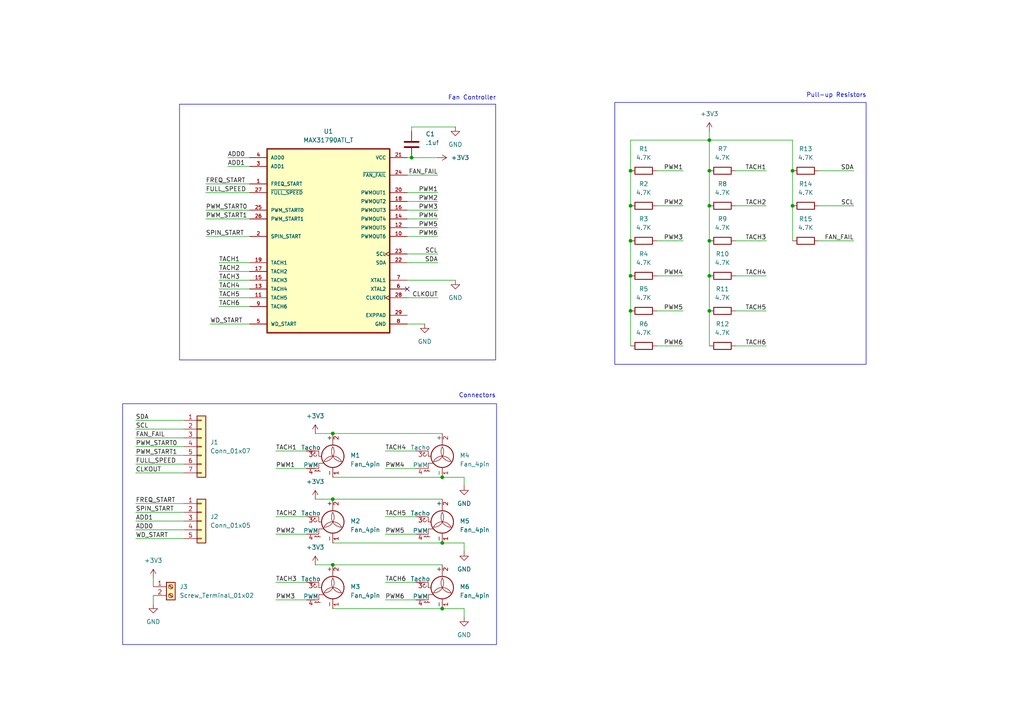
<source format=kicad_sch>
(kicad_sch (version 20231120) (generator "eeschema") (generator_version "8.0")
  (paper "A4")
  (lib_symbols
    (symbol "Connector:Screw_Terminal_01x02" (pin_names (offset 1.016) hide)
      (property "Reference" "J" (at 0 2.54 0))
      (property "Value" "Screw_Terminal_01x02" (at 0 -5.08 0))
      (symbol "Screw_Terminal_01x02_1_1"
        (rectangle (start -1.27 1.27) (end 1.27 -3.81) (stroke (width 0.254)) (fill (type background)))
        (circle (center 0 -2.54) (radius 0.635) (stroke (width 0.1524)))
        (polyline (pts (xy -0.5334 -2.2098) (xy 0.3302 -3.048)) (stroke (width 0.1524)))
        (polyline (pts (xy -0.5334 0.3302) (xy 0.3302 -0.508)) (stroke (width 0.1524)))
        (polyline (pts (xy -0.3556 -2.032) (xy 0.508 -2.8702)) (stroke (width 0.1524)))
        (polyline (pts (xy -0.3556 0.508) (xy 0.508 -0.3302)) (stroke (width 0.1524)))
        (circle (center 0 0) (radius 0.635) (stroke (width 0.1524)))
        (pin passive line (at -5.08 0 0) (length 3.81) (name "Pin_1") (number "1"))
        (pin passive line (at -5.08 -2.54 0) (length 3.81) (name "Pin_2") (number "2"))
      )
    )
    (symbol "Connector_Generic:Conn_01x05" (pin_names (offset 1.016) hide)
      (property "Reference" "J" (at 0 7.62 0))
      (property "Value" "Conn_01x05" (at 0 -7.62 0))
      (symbol "Conn_01x05_1_1"
        (rectangle (start -1.27 -4.953) (end 0 -5.207) (stroke (width 0.1524)))
        (rectangle (start -1.27 -2.413) (end 0 -2.667) (stroke (width 0.1524)))
        (rectangle (start -1.27 0.127) (end 0 -0.127) (stroke (width 0.1524)))
        (rectangle (start -1.27 2.667) (end 0 2.413) (stroke (width 0.1524)))
        (rectangle (start -1.27 5.207) (end 0 4.953) (stroke (width 0.1524)))
        (rectangle (start -1.27 6.35) (end 1.27 -6.35) (stroke (width 0.254)) (fill (type background)))
        (pin passive line (at -5.08 5.08 0) (length 3.81) (name "Pin_1") (number "1"))
        (pin passive line (at -5.08 2.54 0) (length 3.81) (name "Pin_2") (number "2"))
        (pin passive line (at -5.08 0 0) (length 3.81) (name "Pin_3") (number "3"))
        (pin passive line (at -5.08 -2.54 0) (length 3.81) (name "Pin_4") (number "4"))
        (pin passive line (at -5.08 -5.08 0) (length 3.81) (name "Pin_5") (number "5"))
      )
    )
    (symbol "Connector_Generic:Conn_01x07" (pin_names (offset 1.016) hide)
      (property "Reference" "J" (at 0 10.16 0))
      (property "Value" "Conn_01x07" (at 0 -10.16 0))
      (symbol "Conn_01x07_1_1"
        (rectangle (start -1.27 -7.493) (end 0 -7.747) (stroke (width 0.1524)))
        (rectangle (start -1.27 -4.953) (end 0 -5.207) (stroke (width 0.1524)))
        (rectangle (start -1.27 -2.413) (end 0 -2.667) (stroke (width 0.1524)))
        (rectangle (start -1.27 0.127) (end 0 -0.127) (stroke (width 0.1524)))
        (rectangle (start -1.27 2.667) (end 0 2.413) (stroke (width 0.1524)))
        (rectangle (start -1.27 5.207) (end 0 4.953) (stroke (width 0.1524)))
        (rectangle (start -1.27 7.747) (end 0 7.493) (stroke (width 0.1524)))
        (rectangle (start -1.27 8.89) (end 1.27 -8.89) (stroke (width 0.254)) (fill (type background)))
        (pin passive line (at -5.08 7.62 0) (length 3.81) (name "Pin_1") (number "1"))
        (pin passive line (at -5.08 5.08 0) (length 3.81) (name "Pin_2") (number "2"))
        (pin passive line (at -5.08 2.54 0) (length 3.81) (name "Pin_3") (number "3"))
        (pin passive line (at -5.08 0 0) (length 3.81) (name "Pin_4") (number "4"))
        (pin passive line (at -5.08 -2.54 0) (length 3.81) (name "Pin_5") (number "5"))
        (pin passive line (at -5.08 -5.08 0) (length 3.81) (name "Pin_6") (number "6"))
        (pin passive line (at -5.08 -7.62 0) (length 3.81) (name "Pin_7") (number "7"))
      )
    )
    (symbol "Device:C" (pin_numbers hide) (pin_names (offset 0.254))
      (property "Reference" "C" (at 0.635 2.54 0))
      (property "Value" "C" (at 0.635 -2.54 0))
      (symbol "C_0_1"
        (polyline (pts (xy -2.032 -0.762) (xy 2.032 -0.762)) (stroke (width 0.508)))
        (polyline (pts (xy -2.032 0.762) (xy 2.032 0.762)) (stroke (width 0.508)))
      )
      (symbol "C_1_1"
        (pin passive line (at 0 3.81 270) (length 2.794) (name "~") (number "1"))
        (pin passive line (at 0 -3.81 90) (length 2.794) (name "~") (number "2"))
      )
    )
    (symbol "Device:R" (pin_numbers hide) (pin_names (offset 0))
      (property "Reference" "R" (at 2.032 0 90))
      (property "Value" "R" (at 0 0 90))
      (symbol "R_0_1"
        (rectangle (start -1.016 -2.54) (end 1.016 2.54) (stroke (width 0.254)))
      )
      (symbol "R_1_1"
        (pin passive line (at 0 3.81 270) (length 1.27) (name "~") (number "1"))
        (pin passive line (at 0 -3.81 90) (length 1.27) (name "~") (number "2"))
      )
    )
    (symbol "MAX31790ATI_T:MAX31790ATI_T" (pin_names (offset 1.016))
      (property "Reference" "U" (at -17.7894 26.4187 0))
      (property "Value" "MAX31790ATI_T" (at -17.7935 -31.9662 0))
      (symbol "MAX31790ATI_T_0_0"
        (rectangle (start -17.78 -27.94) (end 17.78 25.4) (stroke (width 0.41)) (fill (type background)))
        (pin input line (at -22.86 15.24 0) (length 5.08) (name "FREQ_START") (number "1"))
        (pin output line (at 22.86 0 180) (length 5.08) (name "PWMOUT6") (number "10"))
        (pin input line (at -22.86 -17.78 0) (length 5.08) (name "TACH5") (number "11"))
        (pin output line (at 22.86 2.54 180) (length 5.08) (name "PWMOUT5") (number "12"))
        (pin input line (at -22.86 -15.24 0) (length 5.08) (name "TACH4") (number "13"))
        (pin output line (at 22.86 5.08 180) (length 5.08) (name "PWMOUT4") (number "14"))
        (pin input line (at -22.86 -12.7 0) (length 5.08) (name "TACH3") (number "15"))
        (pin output line (at 22.86 7.62 180) (length 5.08) (name "PWMOUT3") (number "16"))
        (pin input line (at -22.86 -10.16 0) (length 5.08) (name "TACH2") (number "17"))
        (pin output line (at 22.86 10.16 180) (length 5.08) (name "PWMOUT2") (number "18"))
        (pin input line (at -22.86 -7.62 0) (length 5.08) (name "TACH1") (number "19"))
        (pin input line (at -22.86 0 0) (length 5.08) (name "SPIN_START") (number "2"))
        (pin output line (at 22.86 12.7 180) (length 5.08) (name "PWMOUT1") (number "20"))
        (pin power_in line (at 22.86 22.86 180) (length 5.08) (name "VCC") (number "21"))
        (pin bidirectional line (at 22.86 -7.62 180) (length 5.08) (name "SDA") (number "22"))
        (pin input clock (at 22.86 -5.08 180) (length 5.08) (name "SCL") (number "23"))
        (pin output line (at 22.86 17.78 180) (length 5.08) (name "~{FAN_FAIL}") (number "24"))
        (pin input line (at -22.86 7.62 0) (length 5.08) (name "PWM_START0") (number "25"))
        (pin input line (at -22.86 5.08 0) (length 5.08) (name "PWM_START1") (number "26"))
        (pin input line (at -22.86 12.7 0) (length 5.08) (name "~{FULL_SPEED}") (number "27"))
        (pin output clock (at 22.86 -17.78 180) (length 5.08) (name "CLKOUT") (number "28"))
        (pin power_in line (at 22.86 -22.86 180) (length 5.08) (name "EXPPAD") (number "29"))
        (pin input line (at -22.86 20.32 0) (length 5.08) (name "ADD1") (number "3"))
        (pin input line (at -22.86 22.86 0) (length 5.08) (name "ADD0") (number "4"))
        (pin input line (at -22.86 -25.4 0) (length 5.08) (name "WD_START") (number "5"))
        (pin bidirectional line (at 22.86 -15.24 180) (length 5.08) (name "XTAL2") (number "6"))
        (pin bidirectional line (at 22.86 -12.7 180) (length 5.08) (name "XTAL1") (number "7"))
        (pin power_in line (at 22.86 -25.4 180) (length 5.08) (name "GND") (number "8"))
        (pin input line (at -22.86 -20.32 0) (length 5.08) (name "TACH6") (number "9"))
      )
    )
    (symbol "Motor:Fan_4pin" (pin_names (offset 0))
      (property "Reference" "M" (at 2.54 5.08 0))
      (property "Value" "Fan_4pin" (at 2.54 -2.54 0))
      (symbol "Fan_4pin_0_0"
        (arc (start -5.588 1.524) (mid -5.08 1.0182) (end -4.572 1.524))
        (arc (start -5.08 2.032) (mid -5.4392 1.8832) (end -5.588 1.524))
        (polyline (pts (xy -5.08 2.032) (xy -5.334 2.159)))
        (polyline (pts (xy -5.08 2.032) (xy -5.207 1.778)))
        (polyline (pts (xy -4.064 2.54) (xy -4.064 1.016) (xy -3.302 1.016)))
      )
      (symbol "Fan_4pin_0_1"
        (arc (start -2.54 -0.508) (mid 0.0028 0.9121) (end 0 3.81))
        (polyline (pts (xy -4.064 2.54) (xy -5.08 2.54)))
        (polyline (pts (xy 0 -5.08) (xy 0 -4.572)))
        (polyline (pts (xy 0 -2.2352) (xy 0 -2.6416)))
        (polyline (pts (xy 0 4.2672) (xy 0 4.6228)))
        (polyline (pts (xy 0 4.572) (xy 0 5.08)))
        (polyline (pts (xy -2.54 -1.016) (xy -4.064 -1.016) (xy -4.064 -2.54) (xy -5.08 -2.54)))
        (polyline (pts (xy -5.334 -3.302) (xy -5.08 -3.302) (xy -5.08 -3.048) (xy -4.826 -3.048) (xy -4.826 -3.302) (xy -4.318 -3.302) (xy -4.318 -3.048) (xy -4.064 -3.048) (xy -4.064 -3.302) (xy -3.556 -3.302)))
        (circle (center 0 1.016) (radius 3.2512) (stroke (width 0.254)))
        (arc (start 0 3.81) (mid 0.053 0.921) (end 2.54 -0.508))
        (arc (start 2.54 -0.508) (mid 0 1.0618) (end -2.54 -0.508))
      )
      (symbol "Fan_4pin_1_1"
        (pin passive line (at 0 -5.08 90) (length 2.54) (name "-") (number "1"))
        (pin passive line (at 0 7.62 270) (length 2.54) (name "+") (number "2"))
        (pin passive line (at -7.62 2.54 0) (length 2.54) (name "Tacho") (number "3"))
        (pin input line (at -7.62 -2.54 0) (length 2.54) (name "PWM") (number "4"))
      )
    )
    (symbol "power:+3V3" (power) (pin_numbers hide) (pin_names (offset 0) hide)
      (property "Value" "+3V3" (at 0 3.556 0))
      (symbol "+3V3_0_1"
        (polyline (pts (xy -0.762 1.27) (xy 0 2.54)))
        (polyline (pts (xy 0 0) (xy 0 2.54)))
        (polyline (pts (xy 0 2.54) (xy 0.762 1.27)))
      )
      (symbol "+3V3_1_1"
        (pin power_in line (at 0 0 90) (length 0) (name "~") (number "1"))
      )
    )
    (symbol "power:GND" (power) (pin_numbers hide) (pin_names (offset 0) hide)
      (property "Value" "GND" (at 0 -3.81 0))
      (symbol "GND_0_1"
        (polyline (pts (xy 0 0) (xy 0 -1.27) (xy 1.27 -1.27) (xy 0 -2.54) (xy -1.27 -1.27) (xy 0 -1.27)))
      )
      (symbol "GND_1_1"
        (pin power_in line (at 0 0 270) (length 0) (name "~") (number "1"))
      )
    )
  )
  (junction (at 182.88 59.69))
  (junction (at 205.74 40.64))
  (junction (at 128.27 157.48))
  (junction (at 205.74 90.17))
  (junction (at 205.74 49.53))
  (junction (at 229.87 59.69))
  (junction (at 182.88 69.85))
  (junction (at 119.38 45.72))
  (junction (at 182.88 80.01))
  (junction (at 205.74 59.69))
  (junction (at 182.88 49.53))
  (junction (at 96.52 125.73))
  (junction (at 205.74 69.85))
  (junction (at 128.27 176.53))
  (junction (at 128.27 138.43))
  (junction (at 96.52 144.78))
  (junction (at 96.52 163.83))
  (junction (at 229.87 49.53))
  (junction (at 205.74 80.01))
  (junction (at 182.88 90.17))
  (no_connect (at 118.11 83.82))
  (wire (pts (xy 80.01 173.99) (xy 88.9 173.99)))
  (wire (pts (xy 39.37 134.62) (xy 53.34 134.62)))
  (wire (pts (xy 44.45 167.64) (xy 44.45 170.18)))
  (wire (pts (xy 237.49 59.69) (xy 247.65 59.69)))
  (wire (pts (xy 213.36 49.53) (xy 222.25 49.53)))
  (wire (pts (xy 39.37 151.13) (xy 53.34 151.13)))
  (wire (pts (xy 118.11 76.2) (xy 127 76.2)))
  (wire (pts (xy 213.36 69.85) (xy 222.25 69.85)))
  (wire (pts (xy 213.36 90.17) (xy 222.25 90.17)))
  (wire (pts (xy 118.11 68.58) (xy 127 68.58)))
  (wire (pts (xy 96.52 157.48) (xy 128.27 157.48)))
  (wire (pts (xy 182.88 40.64) (xy 182.88 49.53)))
  (wire (pts (xy 96.52 138.43) (xy 128.27 138.43)))
  (wire (pts (xy 134.62 138.43) (xy 128.27 138.43)))
  (wire (pts (xy 205.74 80.01) (xy 205.74 90.17)))
  (wire (pts (xy 66.04 45.72) (xy 72.39 45.72)))
  (wire (pts (xy 66.04 48.26) (xy 72.39 48.26)))
  (wire (pts (xy 182.88 90.17) (xy 182.88 100.33)))
  (wire (pts (xy 59.69 63.5) (xy 72.39 63.5)))
  (wire (pts (xy 237.49 49.53) (xy 247.65 49.53)))
  (wire (pts (xy 182.88 80.01) (xy 182.88 90.17)))
  (wire (pts (xy 213.36 100.33) (xy 222.25 100.33)))
  (wire (pts (xy 111.76 149.86) (xy 120.65 149.86)))
  (wire (pts (xy 111.76 130.81) (xy 120.65 130.81)))
  (wire (pts (xy 190.5 100.33) (xy 198.12 100.33)))
  (wire (pts (xy 39.37 137.16) (xy 53.34 137.16)))
  (wire (pts (xy 229.87 40.64) (xy 205.74 40.64)))
  (wire (pts (xy 213.36 80.01) (xy 222.25 80.01)))
  (wire (pts (xy 119.38 45.72) (xy 127 45.72)))
  (wire (pts (xy 63.5 78.74) (xy 72.39 78.74)))
  (wire (pts (xy 229.87 49.53) (xy 229.87 40.64)))
  (wire (pts (xy 80.01 168.91) (xy 88.9 168.91)))
  (wire (pts (xy 213.36 59.69) (xy 222.25 59.69)))
  (wire (pts (xy 118.11 81.28) (xy 132.08 81.28)))
  (wire (pts (xy 63.5 88.9) (xy 72.39 88.9)))
  (wire (pts (xy 80.01 135.89) (xy 88.9 135.89)))
  (wire (pts (xy 118.11 58.42) (xy 127 58.42)))
  (wire (pts (xy 118.11 63.5) (xy 127 63.5)))
  (wire (pts (xy 118.11 66.04) (xy 127 66.04)))
  (wire (pts (xy 205.74 38.1) (xy 205.74 40.64)))
  (wire (pts (xy 39.37 132.08) (xy 53.34 132.08)))
  (wire (pts (xy 205.74 90.17) (xy 205.74 100.33)))
  (wire (pts (xy 91.44 125.73) (xy 96.52 125.73)))
  (wire (pts (xy 119.38 36.83) (xy 119.38 38.1)))
  (wire (pts (xy 80.01 154.94) (xy 88.9 154.94)))
  (wire (pts (xy 59.69 55.88) (xy 72.39 55.88)))
  (wire (pts (xy 60.96 93.98) (xy 72.39 93.98)))
  (wire (pts (xy 44.45 172.72) (xy 44.45 175.26)))
  (wire (pts (xy 96.52 144.78) (xy 128.27 144.78)))
  (wire (pts (xy 118.11 50.8) (xy 127 50.8)))
  (wire (pts (xy 63.5 81.28) (xy 72.39 81.28)))
  (wire (pts (xy 229.87 49.53) (xy 229.87 59.69)))
  (wire (pts (xy 134.62 179.07) (xy 134.62 176.53)))
  (wire (pts (xy 63.5 76.2) (xy 72.39 76.2)))
  (wire (pts (xy 111.76 168.91) (xy 120.65 168.91)))
  (wire (pts (xy 118.11 45.72) (xy 119.38 45.72)))
  (wire (pts (xy 118.11 86.36) (xy 127 86.36)))
  (wire (pts (xy 205.74 49.53) (xy 205.74 59.69)))
  (wire (pts (xy 91.44 144.78) (xy 96.52 144.78)))
  (wire (pts (xy 39.37 148.59) (xy 53.34 148.59)))
  (wire (pts (xy 128.27 157.48) (xy 134.62 157.48)))
  (wire (pts (xy 39.37 153.67) (xy 53.34 153.67)))
  (wire (pts (xy 80.01 149.86) (xy 88.9 149.86)))
  (wire (pts (xy 190.5 90.17) (xy 198.12 90.17)))
  (wire (pts (xy 80.01 130.81) (xy 88.9 130.81)))
  (wire (pts (xy 63.5 86.36) (xy 72.39 86.36)))
  (wire (pts (xy 205.74 59.69) (xy 205.74 69.85)))
  (wire (pts (xy 39.37 129.54) (xy 53.34 129.54)))
  (wire (pts (xy 111.76 173.99) (xy 120.65 173.99)))
  (wire (pts (xy 39.37 127) (xy 53.34 127)))
  (wire (pts (xy 182.88 40.64) (xy 205.74 40.64)))
  (wire (pts (xy 182.88 69.85) (xy 182.88 80.01)))
  (wire (pts (xy 205.74 69.85) (xy 205.74 80.01)))
  (wire (pts (xy 96.52 163.83) (xy 128.27 163.83)))
  (wire (pts (xy 118.11 73.66) (xy 127 73.66)))
  (wire (pts (xy 91.44 163.83) (xy 96.52 163.83)))
  (wire (pts (xy 229.87 59.69) (xy 229.87 69.85)))
  (wire (pts (xy 118.11 93.98) (xy 123.19 93.98)))
  (wire (pts (xy 237.49 69.85) (xy 247.65 69.85)))
  (wire (pts (xy 132.08 36.83) (xy 119.38 36.83)))
  (wire (pts (xy 182.88 49.53) (xy 182.88 59.69)))
  (wire (pts (xy 59.69 60.96) (xy 72.39 60.96)))
  (wire (pts (xy 190.5 80.01) (xy 198.12 80.01)))
  (wire (pts (xy 134.62 176.53) (xy 128.27 176.53)))
  (wire (pts (xy 59.69 68.58) (xy 72.39 68.58)))
  (wire (pts (xy 111.76 135.89) (xy 120.65 135.89)))
  (wire (pts (xy 59.69 53.34) (xy 72.39 53.34)))
  (wire (pts (xy 190.5 49.53) (xy 198.12 49.53)))
  (wire (pts (xy 118.11 60.96) (xy 127 60.96)))
  (wire (pts (xy 134.62 140.97) (xy 134.62 138.43)))
  (wire (pts (xy 205.74 40.64) (xy 205.74 49.53)))
  (wire (pts (xy 118.11 55.88) (xy 127 55.88)))
  (wire (pts (xy 182.88 59.69) (xy 182.88 69.85)))
  (wire (pts (xy 63.5 83.82) (xy 72.39 83.82)))
  (wire (pts (xy 190.5 69.85) (xy 198.12 69.85)))
  (wire (pts (xy 39.37 146.05) (xy 53.34 146.05)))
  (wire (pts (xy 39.37 124.46) (xy 53.34 124.46)))
  (wire (pts (xy 111.76 154.94) (xy 120.65 154.94)))
  (wire (pts (xy 134.62 160.02) (xy 134.62 157.48)))
  (wire (pts (xy 39.37 156.21) (xy 53.34 156.21)))
  (wire (pts (xy 39.37 121.92) (xy 53.34 121.92)))
  (wire (pts (xy 190.5 59.69) (xy 198.12 59.69)))
  (wire (pts (xy 96.52 125.73) (xy 128.27 125.73)))
  (wire (pts (xy 96.52 176.53) (xy 128.27 176.53)))
  (rectangle (start 178.308 29.718) (end 251.206 105.664))
  (rectangle (start 52.07 30.226) (end 143.764 104.394))
  (rectangle (start 35.56 117.094) (end 144.018 186.944))
  (text "Connectors" (at 138.43 114.808 0) (effects (font (size 1.27 1.27))))
  (text "Pull-up Resistors" (at 242.57 27.686 0) (effects (font (size 1.27 1.27))))
  (text "Fan Controller" (at 136.906 28.448 0) (effects (font (size 1.27 1.27))))
  (label "SCL" (at 127 73.66 180))
  (label "PWM6" (at 111.76 173.99 0))
  (label "ADD1" (at 39.37 151.13 0))
  (label "SDA" (at 39.37 121.92 0))
  (label "ADD0" (at 66.04 45.72 0))
  (label "FULL_SPEED" (at 39.37 134.62 0))
  (label "PWM_START1" (at 59.69 63.5 0))
  (label "TACH5" (at 111.76 149.86 0))
  (label "TACH5" (at 63.5 86.36 0))
  (label "PWM1" (at 198.12 49.53 180))
  (label "PWM5" (at 111.76 154.94 0))
  (label "FULL_SPEED" (at 59.69 55.88 0))
  (label "TACH6" (at 63.5 88.9 0))
  (label "PWM3" (at 198.12 69.85 180))
  (label "PWM_START1" (at 39.37 132.08 0))
  (label "TACH2" (at 80.01 149.86 0))
  (label "FREQ_START" (at 59.69 53.34 0))
  (label "PWM2" (at 198.12 59.69 180))
  (label "SPIN_START" (at 59.69 68.58 0))
  (label "PWM_START0" (at 59.69 60.96 0))
  (label "FAN_FAIL" (at 127 50.8 180))
  (label "FAN_FAIL" (at 39.37 127 0))
  (label "PWM4" (at 198.12 80.01 180))
  (label "SDA" (at 127 76.2 180))
  (label "SPIN_START" (at 39.37 148.59 0))
  (label "TACH1" (at 80.01 130.81 0))
  (label "TACH5" (at 222.25 90.17 180))
  (label "PWM_START0" (at 39.37 129.54 0))
  (label "FAN_FAIL" (at 247.65 69.85 180))
  (label "TACH6" (at 111.76 168.91 0))
  (label "FREQ_START" (at 39.37 146.05 0))
  (label "TACH4" (at 111.76 130.81 0))
  (label "PWM2" (at 80.01 154.94 0))
  (label "TACH1" (at 63.5 76.2 0))
  (label "TACH1" (at 222.25 49.53 180))
  (label "WD_START" (at 60.96 93.98 0))
  (label "TACH3" (at 80.01 168.91 0))
  (label "CLKOUT" (at 39.37 137.16 0))
  (label "WD_START" (at 39.37 156.21 0))
  (label "TACH3" (at 63.5 81.28 0))
  (label "ADD0" (at 39.37 153.67 0))
  (label "PWM6" (at 127 68.58 180))
  (label "TACH4" (at 63.5 83.82 0))
  (label "TACH2" (at 222.25 59.69 180))
  (label "SDA" (at 247.65 49.53 180))
  (label "TACH6" (at 222.25 100.33 180))
  (label "PWM4" (at 127 63.5 180))
  (label "CLKOUT" (at 127 86.36 180))
  (label "TACH2" (at 63.5 78.74 0))
  (label "ADD1" (at 66.04 48.26 0))
  (label "PWM3" (at 80.01 173.99 0))
  (label "SCL" (at 247.65 59.69 180))
  (label "PWM5" (at 127 66.04 180))
  (label "SCL" (at 39.37 124.46 0))
  (label "TACH4" (at 222.25 80.01 180))
  (label "PWM2" (at 127 58.42 180))
  (label "TACH3" (at 222.25 69.85 180))
  (label "PWM1" (at 80.01 135.89 0))
  (label "PWM5" (at 198.12 90.17 180))
  (label "PWM3" (at 127 60.96 180))
  (label "PWM1" (at 127 55.88 180))
  (label "PWM6" (at 198.12 100.33 180))
  (label "PWM4" (at 111.76 135.89 0))
  (symbol (lib_id "Connector_Generic:Conn_01x05") (at 58.42 151.13 0) (unit 1)
    (property "Reference" "J2" (at 60.96 149.8599 0) (effects (justify left)))
    (property "Value" "Conn_01x05" (at 60.96 152.3999 0) (effects (justify left)))
    (property "Footprint" "Connector_PinHeader_2.54mm:PinHeader_1x05_P2.54mm_Vertical" (effects (hide yes)))
    (property "Description" "Generic connector, single row, 01x05, script generated (kicad-library-utils/schlib/autogen/connector/)" (effects (hide yes)))
  )
  (symbol (lib_id "power:GND") (at 132.08 81.28 0) (unit 1)
    (property "Reference" "#PWR02" (effects (hide yes)))
    (property "Value" "GND" (at 132.08 86.36 0))
    (property "Description" "Power symbol creates a global label with name \"GND\" , ground" (effects (hide yes)))
  )
  (symbol (lib_id "power:+3V3") (at 91.44 144.78 0) (unit 1)
    (property "Reference" "#PWR07" (effects (hide yes)))
    (property "Value" "+3V3" (at 91.44 139.7 0))
    (property "Description" "Power symbol creates a global label with name \"+3V3\"" (effects (hide yes)))
  )
  (symbol (lib_id "power:GND") (at 134.62 160.02 0) (unit 1)
    (property "Reference" "#PWR09" (effects (hide yes)))
    (property "Value" "GND" (at 134.62 165.1 0))
    (property "Description" "Power symbol creates a global label with name \"GND\" , ground" (effects (hide yes)))
  )
  (symbol (lib_id "Device:R") (at 209.55 59.69 90) (unit 1)
    (property "Reference" "R8" (at 209.55 53.34 90))
    (property "Value" "4.7K" (at 209.55 55.88 90))
    (property "Footprint" "Resistor_SMD:R_0603_1608Metric" (effects (hide yes)))
    (property "Description" "Resistor" (effects (hide yes)))
  )
  (symbol (lib_id "power:+3V3") (at 44.45 167.64 0) (unit 1)
    (property "Reference" "#PWR013" (effects (hide yes)))
    (property "Value" "+3V3" (at 44.45 162.56 0))
    (property "Description" "Power symbol creates a global label with name \"+3V3\"" (effects (hide yes)))
  )
  (symbol (lib_id "Motor:Fan_4pin") (at 96.52 133.35 0) (unit 1)
    (property "Reference" "M1" (at 101.6 132.0799 0) (effects (justify left)))
    (property "Value" "Fan_4pin" (at 101.6 134.6199 0) (effects (justify left)))
    (property "Footprint" "Connector:FanPinHeader_1x04_P2.54mm_Vertical" (effects (hide yes)))
    (property "Datasheet" "http://www.formfactors.org/developer%5Cspecs%5Crev1_2_public.pdf" (effects (hide yes)))
    (property "Description" "Fan, tacho output, PWM input, 4-pin connector" (effects (hide yes)))
  )
  (symbol (lib_id "power:GND") (at 123.19 93.98 0) (unit 1)
    (property "Reference" "#PWR03" (effects (hide yes)))
    (property "Value" "GND" (at 123.19 99.06 0))
    (property "Description" "Power symbol creates a global label with name \"GND\" , ground" (effects (hide yes)))
  )
  (symbol (lib_id "power:+3V3") (at 127 45.72 270) (unit 1)
    (property "Reference" "#PWR05" (effects (hide yes)))
    (property "Value" "+3V3" (at 130.81 45.7199 90) (effects (justify left)))
    (property "Description" "Power symbol creates a global label with name \"+3V3\"" (effects (hide yes)))
  )
  (symbol (lib_id "Device:R") (at 209.55 80.01 270) (unit 1)
    (property "Reference" "R10" (at 209.55 73.66 90))
    (property "Value" "4.7K" (at 209.55 76.2 90))
    (property "Footprint" "Resistor_SMD:R_0603_1608Metric" (effects (hide yes)))
    (property "Description" "Resistor" (effects (hide yes)))
  )
  (symbol (lib_id "Device:R") (at 233.68 69.85 90) (unit 1)
    (property "Reference" "R15" (at 233.68 63.5 90))
    (property "Value" "4.7K" (at 233.68 66.04 90))
    (property "Footprint" "Resistor_SMD:R_0603_1608Metric" (effects (hide yes)))
    (property "Description" "Resistor" (effects (hide yes)))
  )
  (symbol (lib_id "Device:R") (at 233.68 49.53 90) (unit 1)
    (property "Reference" "R13" (at 233.68 43.18 90))
    (property "Value" "4.7K" (at 233.68 45.72 90))
    (property "Footprint" "Resistor_SMD:R_0603_1608Metric" (effects (hide yes)))
    (property "Description" "Resistor" (effects (hide yes)))
  )
  (symbol (lib_id "Device:C") (at 119.38 41.91 0) (unit 1)
    (property "Reference" "C1" (at 123.444 38.862 0) (effects (justify left)))
    (property "Value" ".1uf" (at 123.444 41.402 0) (effects (justify left)))
    (property "Footprint" "Capacitor_SMD:C_0603_1608Metric" (effects (hide yes)))
    (property "Description" "Unpolarized capacitor" (effects (hide yes)))
  )
  (symbol (lib_id "Connector_Generic:Conn_01x07") (at 58.42 129.54 0) (unit 1)
    (property "Reference" "J1" (at 60.96 128.2699 0) (effects (justify left)))
    (property "Value" "Conn_01x07" (at 60.96 130.8099 0) (effects (justify left)))
    (property "Footprint" "Connector_PinHeader_2.54mm:PinHeader_1x07_P2.54mm_Vertical" (effects (hide yes)))
    (property "Description" "Generic connector, single row, 01x07, script generated (kicad-library-utils/schlib/autogen/connector/)" (effects (hide yes)))
  )
  (symbol (lib_id "Motor:Fan_4pin") (at 128.27 152.4 0) (unit 1)
    (property "Reference" "M5" (at 133.35 151.1299 0) (effects (justify left)))
    (property "Value" "Fan_4pin" (at 133.35 153.6699 0) (effects (justify left)))
    (property "Footprint" "Connector:FanPinHeader_1x04_P2.54mm_Vertical" (effects (hide yes)))
    (property "Datasheet" "http://www.formfactors.org/developer%5Cspecs%5Crev1_2_public.pdf" (effects (hide yes)))
    (property "Description" "Fan, tacho output, PWM input, 4-pin connector" (effects (hide yes)))
  )
  (symbol (lib_id "power:GND") (at 134.62 179.07 0) (unit 1)
    (property "Reference" "#PWR010" (effects (hide yes)))
    (property "Value" "GND" (at 134.62 184.15 0))
    (property "Description" "Power symbol creates a global label with name \"GND\" , ground" (effects (hide yes)))
  )
  (symbol (lib_id "Device:R") (at 233.68 59.69 90) (unit 1)
    (property "Reference" "R14" (at 233.68 53.34 90))
    (property "Value" "4.7K" (at 233.68 55.88 90))
    (property "Footprint" "Resistor_SMD:R_0603_1608Metric" (effects (hide yes)))
    (property "Description" "Resistor" (effects (hide yes)))
  )
  (symbol (lib_id "Device:R") (at 186.69 69.85 90) (unit 1)
    (property "Reference" "R3" (at 186.69 63.5 90))
    (property "Value" "4.7K" (at 186.69 66.04 90))
    (property "Footprint" "Resistor_SMD:R_0603_1608Metric" (effects (hide yes)))
    (property "Description" "Resistor" (effects (hide yes)))
  )
  (symbol (lib_id "Device:R") (at 186.69 100.33 90) (unit 1)
    (property "Reference" "R6" (at 186.69 93.98 90))
    (property "Value" "4.7K" (at 186.69 96.52 90))
    (property "Footprint" "Resistor_SMD:R_0603_1608Metric" (effects (hide yes)))
    (property "Description" "Resistor" (effects (hide yes)))
  )
  (symbol (lib_id "power:GND") (at 134.62 140.97 0) (unit 1)
    (property "Reference" "#PWR08" (effects (hide yes)))
    (property "Value" "GND" (at 134.62 146.05 0))
    (property "Description" "Power symbol creates a global label with name \"GND\" , ground" (effects (hide yes)))
  )
  (symbol (lib_id "Connector:Screw_Terminal_01x02") (at 49.53 170.18 0) (unit 1)
    (property "Reference" "J3" (at 52.07 170.1799 0) (effects (justify left)))
    (property "Value" "Screw_Terminal_01x02" (at 52.07 172.7199 0) (effects (justify left)))
    (property "Footprint" "TerminalBlock_Phoenix:TerminalBlock_Phoenix_MKDS-1,5-2-5.08_1x02_P5.08mm_Horizontal" (effects (hide yes)))
    (property "Description" "Generic screw terminal, single row, 01x02, script generated (kicad-library-utils/schlib/autogen/connector/)" (effects (hide yes)))
  )
  (symbol (lib_id "Motor:Fan_4pin") (at 96.52 171.45 0) (unit 1)
    (property "Reference" "M3" (at 101.6 170.1799 0) (effects (justify left)))
    (property "Value" "Fan_4pin" (at 101.6 172.7199 0) (effects (justify left)))
    (property "Footprint" "Connector:FanPinHeader_1x04_P2.54mm_Vertical" (effects (hide yes)))
    (property "Datasheet" "http://www.formfactors.org/developer%5Cspecs%5Crev1_2_public.pdf" (effects (hide yes)))
    (property "Description" "Fan, tacho output, PWM input, 4-pin connector" (effects (hide yes)))
  )
  (symbol (lib_id "power:+3V3") (at 205.74 38.1 0) (unit 1)
    (property "Reference" "#PWR04" (effects (hide yes)))
    (property "Value" "+3V3" (at 205.74 33.02 0))
    (property "Description" "Power symbol creates a global label with name \"+3V3\"" (effects (hide yes)))
  )
  (symbol (lib_id "MAX31790ATI_T:MAX31790ATI_T") (at 95.25 68.58 0) (unit 1)
    (property "Reference" "U1" (at 95.25 38.1 0))
    (property "Value" "MAX31790ATI_T" (at 95.25 40.64 0))
    (property "Footprint" "MAX31790ATI_T:QFN40P400X400X80-29N260X260" (effects (hide yes)))
    (property "MF" "Analog Devices" (effects (hide yes)))
    (property "DESCRIPTION" "IC MOTOR CONTROLLER I2C 28TQFN" (effects (hide yes)))
    (property "PACKAGE" "TQFN-28 Maxim Integrated" (effects (hide yes)))
    (property "PRICE" "3.69 USD" (effects (hide yes)))
    (property "Package" "TQFN-28 Maxim" (effects (hide yes)))
    (property "Check_prices" "https://www.snapeda.com/parts/MAX31790ATI+T/Analog+Devices/view-part/?ref=eda" (effects (hide yes)))
    (property "PART_REV" "2" (effects (hide yes)))
    (property "STANDARD" "IPC-7351B" (effects (hide yes)))
    (property "SnapEDA_Link" "https://www.snapeda.com/parts/MAX31790ATI+T/Analog+Devices/view-part/?ref=snap" (effects (hide yes)))
    (property "MP" "MAX31790ATI+T" (effects (hide yes)))
    (property "Purchase-URL" "https://www.snapeda.com/api/url_track_click_mouser/?unipart_id=2598125&manufacturer=Analog Devices&part_name=MAX31790ATI+T&search_term=max31790" (effects (hide yes)))
    (property "Price" "None" (effects (hide yes)))
    (property "Description_1" "\n6-Channel PWM-Output Fan RPM Controller\n" (effects (hide yes)))
    (property "Availability" "In Stock" (effects (hide yes)))
    (property "AVAILABILITY" "Good" (effects (hide yes)))
    (property "MANUFACTURER" "Maxim Integrated" (effects (hide yes)))
  )
  (symbol (lib_id "power:GND") (at 44.45 175.26 0) (unit 1)
    (property "Reference" "#PWR012" (effects (hide yes)))
    (property "Value" "GND" (at 44.45 180.34 0))
    (property "Description" "Power symbol creates a global label with name \"GND\" , ground" (effects (hide yes)))
  )
  (symbol (lib_id "power:+3V3") (at 91.44 125.73 0) (unit 1)
    (property "Reference" "#PWR06" (effects (hide yes)))
    (property "Value" "+3V3" (at 91.44 120.65 0))
    (property "Description" "Power symbol creates a global label with name \"+3V3\"" (effects (hide yes)))
  )
  (symbol (lib_id "Device:R") (at 186.69 80.01 270) (unit 1)
    (property "Reference" "R4" (at 186.69 73.66 90))
    (property "Value" "4.7K" (at 186.69 76.2 90))
    (property "Footprint" "Resistor_SMD:R_0603_1608Metric" (effects (hide yes)))
    (property "Description" "Resistor" (effects (hide yes)))
  )
  (symbol (lib_id "Motor:Fan_4pin") (at 128.27 171.45 0) (unit 1)
    (property "Reference" "M6" (at 133.35 170.1799 0) (effects (justify left)))
    (property "Value" "Fan_4pin" (at 133.35 172.7199 0) (effects (justify left)))
    (property "Footprint" "Connector:FanPinHeader_1x04_P2.54mm_Vertical" (effects (hide yes)))
    (property "Datasheet" "http://www.formfactors.org/developer%5Cspecs%5Crev1_2_public.pdf" (effects (hide yes)))
    (property "Description" "Fan, tacho output, PWM input, 4-pin connector" (effects (hide yes)))
  )
  (symbol (lib_id "power:GND") (at 132.08 36.83 0) (unit 1)
    (property "Reference" "#PWR01" (effects (hide yes)))
    (property "Value" "GND" (at 132.08 41.91 0))
    (property "Description" "Power symbol creates a global label with name \"GND\" , ground" (effects (hide yes)))
  )
  (symbol (lib_id "Device:R") (at 186.69 90.17 90) (unit 1)
    (property "Reference" "R5" (at 186.69 83.82 90))
    (property "Value" "4.7K" (at 186.69 86.36 90))
    (property "Footprint" "Resistor_SMD:R_0603_1608Metric" (effects (hide yes)))
    (property "Description" "Resistor" (effects (hide yes)))
  )
  (symbol (lib_id "power:+3V3") (at 91.44 163.83 0) (unit 1)
    (property "Reference" "#PWR011" (effects (hide yes)))
    (property "Value" "+3V3" (at 91.44 158.75 0))
    (property "Description" "Power symbol creates a global label with name \"+3V3\"" (effects (hide yes)))
  )
  (symbol (lib_id "Device:R") (at 209.55 69.85 90) (unit 1)
    (property "Reference" "R9" (at 209.55 63.5 90))
    (property "Value" "4.7K" (at 209.55 66.04 90))
    (property "Footprint" "Resistor_SMD:R_0603_1608Metric" (effects (hide yes)))
    (property "Description" "Resistor" (effects (hide yes)))
  )
  (symbol (lib_id "Device:R") (at 186.69 59.69 90) (unit 1)
    (property "Reference" "R2" (at 186.69 53.34 90))
    (property "Value" "4.7K" (at 186.69 55.88 90))
    (property "Footprint" "Resistor_SMD:R_0603_1608Metric" (effects (hide yes)))
    (property "Description" "Resistor" (effects (hide yes)))
  )
  (symbol (lib_id "Device:R") (at 186.69 49.53 90) (unit 1)
    (property "Reference" "R1" (at 186.69 43.18 90))
    (property "Value" "4.7K" (at 186.69 45.72 90))
    (property "Footprint" "Resistor_SMD:R_0603_1608Metric" (effects (hide yes)))
    (property "Description" "Resistor" (effects (hide yes)))
  )
  (symbol (lib_id "Motor:Fan_4pin") (at 128.27 133.35 0) (unit 1)
    (property "Reference" "M4" (at 133.35 132.0799 0) (effects (justify left)))
    (property "Value" "Fan_4pin" (at 133.35 134.6199 0) (effects (justify left)))
    (property "Footprint" "Connector:FanPinHeader_1x04_P2.54mm_Vertical" (effects (hide yes)))
    (property "Datasheet" "http://www.formfactors.org/developer%5Cspecs%5Crev1_2_public.pdf" (effects (hide yes)))
    (property "Description" "Fan, tacho output, PWM input, 4-pin connector" (effects (hide yes)))
  )
  (symbol (lib_id "Device:R") (at 209.55 49.53 90) (unit 1)
    (property "Reference" "R7" (at 209.55 43.18 90))
    (property "Value" "4.7K" (at 209.55 45.72 90))
    (property "Footprint" "Resistor_SMD:R_0603_1608Metric" (effects (hide yes)))
    (property "Description" "Resistor" (effects (hide yes)))
  )
  (symbol (lib_id "Motor:Fan_4pin") (at 96.52 152.4 0) (unit 1)
    (property "Reference" "M2" (at 101.6 151.1299 0) (effects (justify left)))
    (property "Value" "Fan_4pin" (at 101.6 153.6699 0) (effects (justify left)))
    (property "Footprint" "Connector:FanPinHeader_1x04_P2.54mm_Vertical" (effects (hide yes)))
    (property "Datasheet" "http://www.formfactors.org/developer%5Cspecs%5Crev1_2_public.pdf" (effects (hide yes)))
    (property "Description" "Fan, tacho output, PWM input, 4-pin connector" (effects (hide yes)))
  )
  (symbol (lib_id "Device:R") (at 209.55 100.33 90) (unit 1)
    (property "Reference" "R12" (at 209.55 93.98 90))
    (property "Value" "4.7K" (at 209.55 96.52 90))
    (property "Footprint" "Resistor_SMD:R_0603_1608Metric" (effects (hide yes)))
    (property "Description" "Resistor" (effects (hide yes)))
  )
  (symbol (lib_id "Device:R") (at 209.55 90.17 90) (unit 1)
    (property "Reference" "R11" (at 209.55 83.82 90))
    (property "Value" "4.7K" (at 209.55 86.36 90))
    (property "Footprint" "Resistor_SMD:R_0603_1608Metric" (effects (hide yes)))
    (property "Description" "Resistor" (effects (hide yes)))
  )
)
</source>
